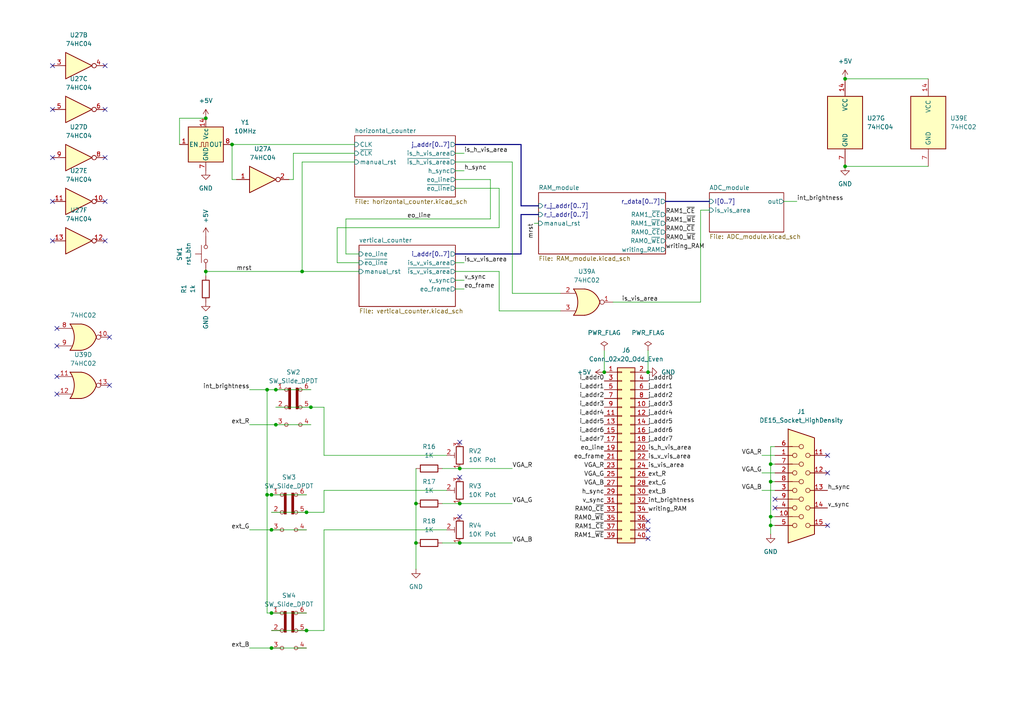
<source format=kicad_sch>
(kicad_sch (version 20250114) (generator "eeschema") (generator_version "9.0")
  (paper "A4")
  (lib_symbols
    (symbol "74xx:74HC02" (pin_names (offset 1.016))
      (property "Reference" "U" (at 0 1.27 0))
      (property "Value" "74HC02" (at 0 -1.27 0))
      (symbol "74HC02_1_1"
        (arc (start -3.81 3.81) (mid -2.589 0) (end -3.81 -3.81) (stroke (width 0.254)))
        (polyline (pts (xy -3.81 3.81) (xy -0.635 3.81)) (stroke (width 0.254)) (fill (type background)))
        (polyline (pts (xy -3.81 -3.81) (xy -0.635 -3.81)) (stroke (width 0.254)) (fill (type background)))
        (arc (start 3.81 0) (mid 2.1855 -2.584) (end -0.6096 -3.81) (stroke (width 0.254)) (fill (type background)))
        (arc (start -0.6096 3.81) (mid 2.1928 2.5924) (end 3.81 0) (stroke (width 0.254)) (fill (type background)))
        (polyline (pts (xy -0.635 3.81) (xy -3.81 3.81) (xy -3.81 3.81) (xy -3.556 3.4036) (xy -3.0226 2.2606) (xy -2.6924 1.0414) (xy -2.6162 -0.254) (xy -2.7686 -1.4986) (xy -3.175 -2.7178) (xy -3.81 -3.81) (xy -3.81 -3.81) (xy -0.635 -3.81)) (stroke (width -25.4)) (fill (type background)))
        (pin input line (at -7.62 2.54 0) (length 4.318) (name "~") (number "2"))
        (pin input line (at -7.62 -2.54 0) (length 4.318) (name "~") (number "3"))
        (pin output inverted (at 7.62 0 180) (length 3.81) (name "~") (number "1"))
      )
      (symbol "74HC02_1_2"
        (arc (start 0 3.81) (mid 3.7934 0) (end 0 -3.81) (stroke (width 0.254)) (fill (type background)))
        (polyline (pts (xy 0 3.81) (xy -3.81 3.81) (xy -3.81 -3.81) (xy 0 -3.81)) (stroke (width 0.254)) (fill (type background)))
        (pin input inverted (at -7.62 2.54 0) (length 3.81) (name "~") (number "2"))
        (pin input inverted (at -7.62 -2.54 0) (length 3.81) (name "~") (number "3"))
        (pin output line (at 7.62 0 180) (length 3.81) (name "~") (number "1"))
      )
      (symbol "74HC02_2_1"
        (arc (start -3.81 3.81) (mid -2.589 0) (end -3.81 -3.81) (stroke (width 0.254)))
        (polyline (pts (xy -3.81 3.81) (xy -0.635 3.81)) (stroke (width 0.254)) (fill (type background)))
        (polyline (pts (xy -3.81 -3.81) (xy -0.635 -3.81)) (stroke (width 0.254)) (fill (type background)))
        (arc (start 3.81 0) (mid 2.1855 -2.584) (end -0.6096 -3.81) (stroke (width 0.254)) (fill (type background)))
        (arc (start -0.6096 3.81) (mid 2.1928 2.5924) (end 3.81 0) (stroke (width 0.254)) (fill (type background)))
        (polyline (pts (xy -0.635 3.81) (xy -3.81 3.81) (xy -3.81 3.81) (xy -3.556 3.4036) (xy -3.0226 2.2606) (xy -2.6924 1.0414) (xy -2.6162 -0.254) (xy -2.7686 -1.4986) (xy -3.175 -2.7178) (xy -3.81 -3.81) (xy -3.81 -3.81) (xy -0.635 -3.81)) (stroke (width -25.4)) (fill (type background)))
        (pin input line (at -7.62 2.54 0) (length 4.318) (name "~") (number "5"))
        (pin input line (at -7.62 -2.54 0) (length 4.318) (name "~") (number "6"))
        (pin output inverted (at 7.62 0 180) (length 3.81) (name "~") (number "4"))
      )
      (symbol "74HC02_2_2"
        (arc (start 0 3.81) (mid 3.7934 0) (end 0 -3.81) (stroke (width 0.254)) (fill (type background)))
        (polyline (pts (xy 0 3.81) (xy -3.81 3.81) (xy -3.81 -3.81) (xy 0 -3.81)) (stroke (width 0.254)) (fill (type background)))
        (pin input inverted (at -7.62 2.54 0) (length 3.81) (name "~") (number "5"))
        (pin input inverted (at -7.62 -2.54 0) (length 3.81) (name "~") (number "6"))
        (pin output line (at 7.62 0 180) (length 3.81) (name "~") (number "4"))
      )
      (symbol "74HC02_3_1"
        (arc (start -3.81 3.81) (mid -2.589 0) (end -3.81 -3.81) (stroke (width 0.254)))
        (polyline (pts (xy -3.81 3.81) (xy -0.635 3.81)) (stroke (width 0.254)) (fill (type background)))
        (polyline (pts (xy -3.81 -3.81) (xy -0.635 -3.81)) (stroke (width 0.254)) (fill (type background)))
        (arc (start 3.81 0) (mid 2.1855 -2.584) (end -0.6096 -3.81) (stroke (width 0.254)) (fill (type background)))
        (arc (start -0.6096 3.81) (mid 2.1928 2.5924) (end 3.81 0) (stroke (width 0.254)) (fill (type background)))
        (polyline (pts (xy -0.635 3.81) (xy -3.81 3.81) (xy -3.81 3.81) (xy -3.556 3.4036) (xy -3.0226 2.2606) (xy -2.6924 1.0414) (xy -2.6162 -0.254) (xy -2.7686 -1.4986) (xy -3.175 -2.7178) (xy -3.81 -3.81) (xy -3.81 -3.81) (xy -0.635 -3.81)) (stroke (width -25.4)) (fill (type background)))
        (pin input line (at -7.62 2.54 0) (length 4.318) (name "~") (number "8"))
        (pin input line (at -7.62 -2.54 0) (length 4.318) (name "~") (number "9"))
        (pin output inverted (at 7.62 0 180) (length 3.81) (name "~") (number "10"))
      )
      (symbol "74HC02_3_2"
        (arc (start 0 3.81) (mid 3.7934 0) (end 0 -3.81) (stroke (width 0.254)) (fill (type background)))
        (polyline (pts (xy 0 3.81) (xy -3.81 3.81) (xy -3.81 -3.81) (xy 0 -3.81)) (stroke (width 0.254)) (fill (type background)))
        (pin input inverted (at -7.62 2.54 0) (length 3.81) (name "~") (number "8"))
        (pin input inverted (at -7.62 -2.54 0) (length 3.81) (name "~") (number "9"))
        (pin output line (at 7.62 0 180) (length 3.81) (name "~") (number "10"))
      )
      (symbol "74HC02_4_1"
        (arc (start -3.81 3.81) (mid -2.589 0) (end -3.81 -3.81) (stroke (width 0.254)))
        (polyline (pts (xy -3.81 3.81) (xy -0.635 3.81)) (stroke (width 0.254)) (fill (type background)))
        (polyline (pts (xy -3.81 -3.81) (xy -0.635 -3.81)) (stroke (width 0.254)) (fill (type background)))
        (arc (start 3.81 0) (mid 2.1855 -2.584) (end -0.6096 -3.81) (stroke (width 0.254)) (fill (type background)))
        (arc (start -0.6096 3.81) (mid 2.1928 2.5924) (end 3.81 0) (stroke (width 0.254)) (fill (type background)))
        (polyline (pts (xy -0.635 3.81) (xy -3.81 3.81) (xy -3.81 3.81) (xy -3.556 3.4036) (xy -3.0226 2.2606) (xy -2.6924 1.0414) (xy -2.6162 -0.254) (xy -2.7686 -1.4986) (xy -3.175 -2.7178) (xy -3.81 -3.81) (xy -3.81 -3.81) (xy -0.635 -3.81)) (stroke (width -25.4)) (fill (type background)))
        (pin input line (at -7.62 2.54 0) (length 4.318) (name "~") (number "11"))
        (pin input line (at -7.62 -2.54 0) (length 4.318) (name "~") (number "12"))
        (pin output inverted (at 7.62 0 180) (length 3.81) (name "~") (number "13"))
      )
      (symbol "74HC02_4_2"
        (arc (start 0 3.81) (mid 3.7934 0) (end 0 -3.81) (stroke (width 0.254)) (fill (type background)))
        (polyline (pts (xy 0 3.81) (xy -3.81 3.81) (xy -3.81 -3.81) (xy 0 -3.81)) (stroke (width 0.254)) (fill (type background)))
        (pin input inverted (at -7.62 2.54 0) (length 3.81) (name "~") (number "11"))
        (pin input inverted (at -7.62 -2.54 0) (length 3.81) (name "~") (number "12"))
        (pin output line (at 7.62 0 180) (length 3.81) (name "~") (number "13"))
      )
      (symbol "74HC02_5_0"
        (pin power_in line (at 0 12.7 270) (length 5.08) (name "VCC") (number "14"))
        (pin power_in line (at 0 -12.7 90) (length 5.08) (name "GND") (number "7"))
      )
      (symbol "74HC02_5_1"
        (rectangle (start -5.08 7.62) (end 5.08 -7.62) (stroke (width 0.254)) (fill (type background)))
      )
    )
    (symbol "74xx:74HC04"
      (property "Reference" "U" (at 0 1.27 0))
      (property "Value" "74HC04" (at 0 -1.27 0))
      (symbol "74HC04_1_0"
        (polyline (pts (xy -3.81 3.81) (xy -3.81 -3.81) (xy 3.81 0) (xy -3.81 3.81)) (stroke (width 0.254)) (fill (type background)))
        (pin input line (at -7.62 0 0) (length 3.81) (name "~") (number "1"))
        (pin output inverted (at 7.62 0 180) (length 3.81) (name "~") (number "2"))
      )
      (symbol "74HC04_2_0"
        (polyline (pts (xy -3.81 3.81) (xy -3.81 -3.81) (xy 3.81 0) (xy -3.81 3.81)) (stroke (width 0.254)) (fill (type background)))
        (pin input line (at -7.62 0 0) (length 3.81) (name "~") (number "3"))
        (pin output inverted (at 7.62 0 180) (length 3.81) (name "~") (number "4"))
      )
      (symbol "74HC04_3_0"
        (polyline (pts (xy -3.81 3.81) (xy -3.81 -3.81) (xy 3.81 0) (xy -3.81 3.81)) (stroke (width 0.254)) (fill (type background)))
        (pin input line (at -7.62 0 0) (length 3.81) (name "~") (number "5"))
        (pin output inverted (at 7.62 0 180) (length 3.81) (name "~") (number "6"))
      )
      (symbol "74HC04_4_0"
        (polyline (pts (xy -3.81 3.81) (xy -3.81 -3.81) (xy 3.81 0) (xy -3.81 3.81)) (stroke (width 0.254)) (fill (type background)))
        (pin input line (at -7.62 0 0) (length 3.81) (name "~") (number "9"))
        (pin output inverted (at 7.62 0 180) (length 3.81) (name "~") (number "8"))
      )
      (symbol "74HC04_5_0"
        (polyline (pts (xy -3.81 3.81) (xy -3.81 -3.81) (xy 3.81 0) (xy -3.81 3.81)) (stroke (width 0.254)) (fill (type background)))
        (pin input line (at -7.62 0 0) (length 3.81) (name "~") (number "11"))
        (pin output inverted (at 7.62 0 180) (length 3.81) (name "~") (number "10"))
      )
      (symbol "74HC04_6_0"
        (polyline (pts (xy -3.81 3.81) (xy -3.81 -3.81) (xy 3.81 0) (xy -3.81 3.81)) (stroke (width 0.254)) (fill (type background)))
        (pin input line (at -7.62 0 0) (length 3.81) (name "~") (number "13"))
        (pin output inverted (at 7.62 0 180) (length 3.81) (name "~") (number "12"))
      )
      (symbol "74HC04_7_0"
        (pin power_in line (at 0 12.7 270) (length 5.08) (name "VCC") (number "14"))
        (pin power_in line (at 0 -12.7 90) (length 5.08) (name "GND") (number "7"))
      )
      (symbol "74HC04_7_1"
        (rectangle (start -5.08 7.62) (end 5.08 -7.62) (stroke (width 0.254)) (fill (type background)))
      )
    )
    (symbol "Connector:DE15_Socket_HighDensity" (pin_names (offset 1.016) (hide yes))
      (property "Reference" "J" (at 0 21.59 0))
      (property "Value" "DE15_Socket_HighDensity" (at 0 19.05 0))
      (symbol "DE15_Socket_HighDensity_0_1"
        (polyline (pts (xy -3.81 17.78) (xy -3.81 -15.24) (xy 3.81 -12.7) (xy 3.81 15.24) (xy -3.81 17.78)) (stroke (width 0.254)) (fill (type background)))
        (polyline (pts (xy -3.175 7.62) (xy -0.635 7.62)))
        (circle (center -1.905 10.16) (radius 0.635))
        (circle (center -1.905 5.08) (radius 0.635))
        (circle (center -1.905 0) (radius 0.635))
        (circle (center -1.905 -5.08) (radius 0.635))
        (circle (center -1.905 -10.16) (radius 0.635))
        (polyline (pts (xy -0.635 12.7) (xy -3.175 12.7)))
        (polyline (pts (xy -0.635 2.54) (xy -3.175 2.54)))
        (polyline (pts (xy -0.635 -2.54) (xy -3.175 -2.54)))
        (polyline (pts (xy -0.635 -7.62) (xy -3.175 -7.62)))
        (circle (center 0 12.7) (radius 0.635))
        (circle (center 0 7.62) (radius 0.635))
        (circle (center 0 2.54) (radius 0.635))
        (circle (center 0 -2.54) (radius 0.635))
        (circle (center 0 -7.62) (radius 0.635))
        (circle (center 1.905 10.16) (radius 0.635))
        (circle (center 1.905 5.08) (radius 0.635))
        (circle (center 1.905 0) (radius 0.635))
        (circle (center 1.905 -5.08) (radius 0.635))
        (circle (center 1.905 -10.16) (radius 0.635))
      )
      (symbol "DE15_Socket_HighDensity_1_1"
        (pin passive line (at -7.62 12.7 0) (length 5.08) (name "~") (number "6"))
        (pin passive line (at -7.62 10.16 0) (length 5.08) (name "~") (number "1"))
        (pin passive line (at -7.62 7.62 0) (length 5.08) (name "~") (number "7"))
        (pin passive line (at -7.62 5.08 0) (length 5.08) (name "~") (number "2"))
        (pin passive line (at -7.62 2.54 0) (length 5.08) (name "~") (number "8"))
        (pin passive line (at -7.62 0 0) (length 5.08) (name "~") (number "3"))
        (pin passive line (at -7.62 -2.54 0) (length 5.08) (name "~") (number "9"))
        (pin passive line (at -7.62 -5.08 0) (length 5.08) (name "~") (number "4"))
        (pin passive line (at -7.62 -7.62 0) (length 5.08) (name "~") (number "10"))
        (pin passive line (at -7.62 -10.16 0) (length 5.08) (name "~") (number "5"))
        (pin passive line (at 7.62 10.16 180) (length 5.08) (name "~") (number "11"))
        (pin passive line (at 7.62 5.08 180) (length 5.08) (name "~") (number "12"))
        (pin passive line (at 7.62 0 180) (length 5.08) (name "~") (number "13"))
        (pin passive line (at 7.62 -5.08 180) (length 5.08) (name "~") (number "14"))
        (pin passive line (at 7.62 -10.16 180) (length 5.08) (name "~") (number "15"))
      )
    )
    (symbol "Connector_Generic:Conn_02x20_Odd_Even" (pin_names (offset 1.016) (hide yes))
      (property "Reference" "J" (at 1.27 25.4 0))
      (property "Value" "Conn_02x20_Odd_Even" (at 1.27 -27.94 0))
      (symbol "Conn_02x20_Odd_Even_1_1"
        (rectangle (start -1.27 24.13) (end 3.81 -26.67) (stroke (width 0.254)) (fill (type background)))
        (rectangle (start -1.27 22.987) (end 0 22.733) (stroke (width 0.1524)))
        (rectangle (start -1.27 20.447) (end 0 20.193) (stroke (width 0.1524)))
        (rectangle (start -1.27 17.907) (end 0 17.653) (stroke (width 0.1524)))
        (rectangle (start -1.27 15.367) (end 0 15.113) (stroke (width 0.1524)))
        (rectangle (start -1.27 12.827) (end 0 12.573) (stroke (width 0.1524)))
        (rectangle (start -1.27 10.287) (end 0 10.033) (stroke (width 0.1524)))
        (rectangle (start -1.27 7.747) (end 0 7.493) (stroke (width 0.1524)))
        (rectangle (start -1.27 5.207) (end 0 4.953) (stroke (width 0.1524)))
        (rectangle (start -1.27 2.667) (end 0 2.413) (stroke (width 0.1524)))
        (rectangle (start -1.27 0.127) (end 0 -0.127) (stroke (width 0.1524)))
        (rectangle (start -1.27 -2.413) (end 0 -2.667) (stroke (width 0.1524)))
        (rectangle (start -1.27 -4.953) (end 0 -5.207) (stroke (width 0.1524)))
        (rectangle (start -1.27 -7.493) (end 0 -7.747) (stroke (width 0.1524)))
        (rectangle (start -1.27 -10.033) (end 0 -10.287) (stroke (width 0.1524)))
        (rectangle (start -1.27 -12.573) (end 0 -12.827) (stroke (width 0.1524)))
        (rectangle (start -1.27 -15.113) (end 0 -15.367) (stroke (width 0.1524)))
        (rectangle (start -1.27 -17.653) (end 0 -17.907) (stroke (width 0.1524)))
        (rectangle (start -1.27 -20.193) (end 0 -20.447) (stroke (width 0.1524)))
        (rectangle (start -1.27 -22.733) (end 0 -22.987) (stroke (width 0.1524)))
        (rectangle (start -1.27 -25.273) (end 0 -25.527) (stroke (width 0.1524)))
        (rectangle (start 3.81 22.987) (end 2.54 22.733) (stroke (width 0.1524)))
        (rectangle (start 3.81 20.447) (end 2.54 20.193) (stroke (width 0.1524)))
        (rectangle (start 3.81 17.907) (end 2.54 17.653) (stroke (width 0.1524)))
        (rectangle (start 3.81 15.367) (end 2.54 15.113) (stroke (width 0.1524)))
        (rectangle (start 3.81 12.827) (end 2.54 12.573) (stroke (width 0.1524)))
        (rectangle (start 3.81 10.287) (end 2.54 10.033) (stroke (width 0.1524)))
        (rectangle (start 3.81 7.747) (end 2.54 7.493) (stroke (width 0.1524)))
        (rectangle (start 3.81 5.207) (end 2.54 4.953) (stroke (width 0.1524)))
        (rectangle (start 3.81 2.667) (end 2.54 2.413) (stroke (width 0.1524)))
        (rectangle (start 3.81 0.127) (end 2.54 -0.127) (stroke (width 0.1524)))
        (rectangle (start 3.81 -2.413) (end 2.54 -2.667) (stroke (width 0.1524)))
        (rectangle (start 3.81 -4.953) (end 2.54 -5.207) (stroke (width 0.1524)))
        (rectangle (start 3.81 -7.493) (end 2.54 -7.747) (stroke (width 0.1524)))
        (rectangle (start 3.81 -10.033) (end 2.54 -10.287) (stroke (width 0.1524)))
        (rectangle (start 3.81 -12.573) (end 2.54 -12.827) (stroke (width 0.1524)))
        (rectangle (start 3.81 -15.113) (end 2.54 -15.367) (stroke (width 0.1524)))
        (rectangle (start 3.81 -17.653) (end 2.54 -17.907) (stroke (width 0.1524)))
        (rectangle (start 3.81 -20.193) (end 2.54 -20.447) (stroke (width 0.1524)))
        (rectangle (start 3.81 -22.733) (end 2.54 -22.987) (stroke (width 0.1524)))
        (rectangle (start 3.81 -25.273) (end 2.54 -25.527) (stroke (width 0.1524)))
        (pin passive line (at -5.08 22.86 0) (length 3.81) (name "Pin_1") (number "1"))
        (pin passive line (at -5.08 20.32 0) (length 3.81) (name "Pin_3") (number "3"))
        (pin passive line (at -5.08 17.78 0) (length 3.81) (name "Pin_5") (number "5"))
        (pin passive line (at -5.08 15.24 0) (length 3.81) (name "Pin_7") (number "7"))
        (pin passive line (at -5.08 12.7 0) (length 3.81) (name "Pin_9") (number "9"))
        (pin passive line (at -5.08 10.16 0) (length 3.81) (name "Pin_11") (number "11"))
        (pin passive line (at -5.08 7.62 0) (length 3.81) (name "Pin_13") (number "13"))
        (pin passive line (at -5.08 5.08 0) (length 3.81) (name "Pin_15") (number "15"))
        (pin passive line (at -5.08 2.54 0) (length 3.81) (name "Pin_17") (number "17"))
        (pin passive line (at -5.08 0 0) (length 3.81) (name "Pin_19") (number "19"))
        (pin passive line (at -5.08 -2.54 0) (length 3.81) (name "Pin_21") (number "21"))
        (pin passive line (at -5.08 -5.08 0) (length 3.81) (name "Pin_23") (number "23"))
        (pin passive line (at -5.08 -7.62 0) (length 3.81) (name "Pin_25") (number "25"))
        (pin passive line (at -5.08 -10.16 0) (length 3.81) (name "Pin_27") (number "27"))
        (pin passive line (at -5.08 -12.7 0) (length 3.81) (name "Pin_29") (number "29"))
        (pin passive line (at -5.08 -15.24 0) (length 3.81) (name "Pin_31") (number "31"))
        (pin passive line (at -5.08 -17.78 0) (length 3.81) (name "Pin_33") (number "33"))
        (pin passive line (at -5.08 -20.32 0) (length 3.81) (name "Pin_35") (number "35"))
        (pin passive line (at -5.08 -22.86 0) (length 3.81) (name "Pin_37") (number "37"))
        (pin passive line (at -5.08 -25.4 0) (length 3.81) (name "Pin_39") (number "39"))
        (pin passive line (at 7.62 22.86 180) (length 3.81) (name "Pin_2") (number "2"))
        (pin passive line (at 7.62 20.32 180) (length 3.81) (name "Pin_4") (number "4"))
        (pin passive line (at 7.62 17.78 180) (length 3.81) (name "Pin_6") (number "6"))
        (pin passive line (at 7.62 15.24 180) (length 3.81) (name "Pin_8") (number "8"))
        (pin passive line (at 7.62 12.7 180) (length 3.81) (name "Pin_10") (number "10"))
        (pin passive line (at 7.62 10.16 180) (length 3.81) (name "Pin_12") (number "12"))
        (pin passive line (at 7.62 7.62 180) (length 3.81) (name "Pin_14") (number "14"))
        (pin passive line (at 7.62 5.08 180) (length 3.81) (name "Pin_16") (number "16"))
        (pin passive line (at 7.62 2.54 180) (length 3.81) (name "Pin_18") (number "18"))
        (pin passive line (at 7.62 0 180) (length 3.81) (name "Pin_20") (number "20"))
        (pin passive line (at 7.62 -2.54 180) (length 3.81) (name "Pin_22") (number "22"))
        (pin passive line (at 7.62 -5.08 180) (length 3.81) (name "Pin_24") (number "24"))
        (pin passive line (at 7.62 -7.62 180) (length 3.81) (name "Pin_26") (number "26"))
        (pin passive line (at 7.62 -10.16 180) (length 3.81) (name "Pin_28") (number "28"))
        (pin passive line (at 7.62 -12.7 180) (length 3.81) (name "Pin_30") (number "30"))
        (pin passive line (at 7.62 -15.24 180) (length 3.81) (name "Pin_32") (number "32"))
        (pin passive line (at 7.62 -17.78 180) (length 3.81) (name "Pin_34") (number "34"))
        (pin passive line (at 7.62 -20.32 180) (length 3.81) (name "Pin_36") (number "36"))
        (pin passive line (at 7.62 -22.86 180) (length 3.81) (name "Pin_38") (number "38"))
        (pin passive line (at 7.62 -25.4 180) (length 3.81) (name "Pin_40") (number "40"))
      )
    )
    (symbol "Device:R" (pin_numbers (hide yes)) (pin_names (offset 0))
      (property "Reference" "R" (at 2.032 0 90))
      (property "Value" "R" (at 0 0 90))
      (symbol "R_0_1"
        (rectangle (start -1.016 -2.54) (end 1.016 2.54) (stroke (width 0.254)))
      )
      (symbol "R_1_1"
        (pin passive line (at 0 3.81 270) (length 1.27) (name "~") (number "1"))
        (pin passive line (at 0 -3.81 90) (length 1.27) (name "~") (number "2"))
      )
    )
    (symbol "Device:R_Potentiometer_Trim" (pin_names (offset 1.016) (hide yes))
      (property "Reference" "RV" (at -4.445 0 90))
      (property "Value" "R_Potentiometer_Trim" (at -2.54 0 90))
      (symbol "R_Potentiometer_Trim_0_1"
        (rectangle (start 1.016 2.54) (end -1.016 -2.54) (stroke (width 0.254)))
        (polyline (pts (xy 1.524 0.762) (xy 1.524 -0.762)))
        (polyline (pts (xy 2.54 0) (xy 1.524 0)))
      )
      (symbol "R_Potentiometer_Trim_1_1"
        (pin passive line (at 0 3.81 270) (length 1.27) (name "1") (number "1"))
        (pin passive line (at 0 -3.81 90) (length 1.27) (name "3") (number "3"))
        (pin passive line (at 3.81 0 180) (length 1.27) (name "2") (number "2"))
      )
    )
    (symbol "Oscillator:CXO_DIP14" (pin_names (offset 0.254))
      (property "Reference" "Y" (at -5.08 6.35 0))
      (property "Value" "CXO_DIP14" (at 1.27 -6.35 0))
      (symbol "CXO_DIP14_0_1"
        (rectangle (start -5.08 5.08) (end 5.08 -5.08) (stroke (width 0.254)) (fill (type background)))
        (polyline (pts (xy -1.905 -0.635) (xy -1.27 -0.635) (xy -1.27 0.635) (xy -0.635 0.635) (xy -0.635 -0.635) (xy 0 -0.635) (xy 0 0.635) (xy 0.635 0.635) (xy 0.635 -0.635)))
      )
      (symbol "CXO_DIP14_1_1"
        (pin input line (at -7.62 0 0) (length 2.54) (name "EN") (number "1"))
        (pin power_in line (at 0 7.62 270) (length 2.54) (name "Vcc") (number "14"))
        (pin power_in line (at 0 -7.62 90) (length 2.54) (name "GND") (number "7"))
        (pin output line (at 7.62 0 180) (length 2.54) (name "OUT") (number "8"))
      )
    )
    (symbol "Switch:SW_Push" (pin_numbers (hide yes)) (pin_names (offset 1.016) (hide yes))
      (property "Reference" "SW" (at 1.27 2.54 0))
      (property "Value" "SW_Push" (at 0 -1.524 0))
      (symbol "SW_Push_0_1"
        (circle (center -2.032 0) (radius 0.508))
        (polyline (pts (xy 0 1.27) (xy 0 3.048)))
        (circle (center 2.032 0) (radius 0.508))
        (polyline (pts (xy 2.54 1.27) (xy -2.54 1.27)))
        (pin passive line (at -5.08 0 0) (length 2.54) (name "1") (number "1"))
        (pin passive line (at 5.08 0 180) (length 2.54) (name "2") (number "2"))
      )
    )
    (symbol "Switch:SW_Slide_DPDT" (pin_names (offset 0) (hide yes))
      (property "Reference" "SW" (at 0 6.858 0))
      (property "Value" "SW_Slide_DPDT" (at 0 -8.128 0))
      (symbol "SW_Slide_DPDT_0_0"
        (circle (center -2.032 5.08) (radius 0.508))
        (circle (center -2.032 -5.08) (radius 0.508))
        (circle (center 2.032 0) (radius 0.508))
        (circle (center 2.032 -5.08) (radius 0.508))
      )
      (symbol "SW_Slide_DPDT_0_1"
        (circle (center -2.032 0) (radius 0.508))
        (circle (center 2.032 5.08) (radius 0.508))
      )
      (symbol "SW_Slide_DPDT_1_1"
        (rectangle (start -1.397 5.588) (end -0.762 -0.508) (fill (type outline)))
        (rectangle (start 0.762 5.588) (end 1.397 -0.508) (fill (type outline)))
        (pin passive line (at -5.08 5.08 0) (length 2.54) (name "A") (number "1"))
        (pin passive line (at -5.08 0 0) (length 2.54) (name "B") (number "2"))
        (pin passive line (at -5.08 -5.08 0) (length 2.54) (name "C") (number "3"))
        (pin passive line (at 5.08 5.08 180) (length 2.54) (name "C") (number "6"))
        (pin passive line (at 5.08 0 180) (length 2.54) (name "B") (number "5"))
        (pin passive line (at 5.08 -5.08 180) (length 2.54) (name "A") (number "4"))
      )
    )
    (symbol "power:+5V" (power) (pin_numbers (hide yes)) (pin_names (offset 0) (hide yes))
      (property "Value" "+5V" (at 0 3.556 0))
      (symbol "+5V_0_1"
        (polyline (pts (xy -0.762 1.27) (xy 0 2.54)))
        (polyline (pts (xy 0 2.54) (xy 0.762 1.27)))
        (polyline (pts (xy 0 0) (xy 0 2.54)))
      )
      (symbol "+5V_1_1"
        (pin power_in line (at 0 0 90) (length 0) (name "~") (number "1"))
      )
    )
    (symbol "power:GND" (power) (pin_numbers (hide yes)) (pin_names (offset 0) (hide yes))
      (property "Value" "GND" (at 0 -3.81 0))
      (symbol "GND_0_1"
        (polyline (pts (xy 0 0) (xy 0 -1.27) (xy 1.27 -1.27) (xy 0 -2.54) (xy -1.27 -1.27) (xy 0 -1.27)))
      )
      (symbol "GND_1_1"
        (pin power_in line (at 0 0 270) (length 0) (name "~") (number "1"))
      )
    )
    (symbol "power:PWR_FLAG" (power) (pin_numbers (hide yes)) (pin_names (offset 0) (hide yes))
      (property "Value" "PWR_FLAG" (at 0 3.81 0))
      (symbol "PWR_FLAG_0_0"
        (pin power_out line (at 0 0 90) (length 0) (name "~") (number "1"))
      )
      (symbol "PWR_FLAG_0_1"
        (polyline (pts (xy 0 0) (xy 0 1.27) (xy -1.016 1.905) (xy 0 2.54) (xy 1.016 1.905) (xy 0 1.27)))
      )
    )
  )
  (junction (at 175.26 107.95))
  (junction (at 133.35 146.05))
  (junction (at 133.35 135.89))
  (junction (at 88.9 148.59))
  (junction (at 80.01 113.03))
  (junction (at 90.17 118.11))
  (junction (at 223.52 152.4))
  (junction (at 87.63 78.74))
  (junction (at 80.01 123.19))
  (junction (at 77.47 143.51))
  (junction (at 223.52 134.62))
  (junction (at 78.74 143.51))
  (junction (at 78.74 187.96))
  (junction (at 78.74 153.67))
  (junction (at 223.52 149.86))
  (junction (at 133.35 157.48))
  (junction (at 120.65 146.05))
  (junction (at 78.74 177.8))
  (junction (at 120.65 157.48))
  (junction (at 59.69 34.29))
  (junction (at 245.11 48.26))
  (junction (at 245.11 22.86))
  (junction (at 88.9 182.88))
  (junction (at 223.52 139.7))
  (junction (at 67.31 41.91))
  (junction (at 187.96 107.95))
  (junction (at 77.47 113.03))
  (junction (at 59.69 78.74))
  (no_connect (at 30.48 69.85))
  (no_connect (at 15.24 69.85))
  (no_connect (at 133.35 149.86))
  (no_connect (at 31.75 97.79))
  (no_connect (at 16.51 95.25))
  (no_connect (at 224.79 147.32))
  (no_connect (at 15.24 45.72))
  (no_connect (at 187.96 151.13))
  (no_connect (at 16.51 109.22))
  (no_connect (at 15.24 31.75))
  (no_connect (at 240.03 137.16))
  (no_connect (at 30.48 45.72))
  (no_connect (at 187.96 153.67))
  (no_connect (at 15.24 58.42))
  (no_connect (at 31.75 111.76))
  (no_connect (at 16.51 100.33))
  (no_connect (at 240.03 152.4))
  (no_connect (at 187.96 156.21))
  (no_connect (at 30.48 19.05))
  (no_connect (at 16.51 114.3))
  (no_connect (at 15.24 19.05))
  (no_connect (at 133.35 138.43))
  (no_connect (at 30.48 31.75))
  (no_connect (at 133.35 128.27))
  (no_connect (at 30.48 58.42))
  (no_connect (at 224.79 144.78))
  (no_connect (at 240.03 132.08))
  (wire (pts (xy 93.98 148.59) (xy 88.9 148.59)))
  (wire (pts (xy 132.08 81.28) (xy 134.62 81.28)))
  (wire (pts (xy 93.98 142.24) (xy 129.54 142.24)))
  (wire (pts (xy 133.35 135.89) (xy 148.59 135.89)))
  (wire (pts (xy 134.62 44.45) (xy 132.08 44.45)))
  (wire (pts (xy 77.47 113.03) (xy 77.47 143.51)))
  (bus (pts (xy 151.13 41.91) (xy 151.13 59.69)))
  (bus (pts (xy 132.08 41.91) (xy 151.13 41.91)))
  (wire (pts (xy 72.39 153.67) (xy 78.74 153.67)))
  (wire (pts (xy 85.09 44.45) (xy 102.87 44.45)))
  (wire (pts (xy 142.24 63.5) (xy 100.33 63.5)))
  (wire (pts (xy 154.94 64.77) (xy 156.21 64.77)))
  (wire (pts (xy 132.08 78.74) (xy 144.78 78.74)))
  (wire (pts (xy 59.69 34.29) (xy 52.07 34.29)))
  (wire (pts (xy 90.17 118.11) (xy 93.98 118.11)))
  (wire (pts (xy 144.78 54.61) (xy 132.08 54.61)))
  (wire (pts (xy 67.31 41.91) (xy 67.31 52.07)))
  (wire (pts (xy 77.47 143.51) (xy 78.74 143.51)))
  (wire (pts (xy 203.2 60.96) (xy 205.74 60.96)))
  (wire (pts (xy 227.33 58.42) (xy 231.14 58.42)))
  (wire (pts (xy 80.01 123.19) (xy 90.17 123.19)))
  (wire (pts (xy 220.98 137.16) (xy 224.79 137.16)))
  (bus (pts (xy 151.13 73.66) (xy 132.08 73.66)))
  (wire (pts (xy 223.52 152.4) (xy 223.52 149.86)))
  (wire (pts (xy 224.79 129.54) (xy 223.52 129.54)))
  (wire (pts (xy 100.33 73.66) (xy 104.14 73.66)))
  (wire (pts (xy 223.52 149.86) (xy 223.52 139.7)))
  (wire (pts (xy 120.65 157.48) (xy 120.65 165.1)))
  (wire (pts (xy 88.9 182.88) (xy 93.98 182.88)))
  (wire (pts (xy 132.08 49.53) (xy 134.62 49.53)))
  (wire (pts (xy 52.07 34.29) (xy 52.07 41.91)))
  (wire (pts (xy 78.74 187.96) (xy 88.9 187.96)))
  (wire (pts (xy 93.98 118.11) (xy 93.98 132.08)))
  (bus (pts (xy 151.13 62.23) (xy 151.13 73.66)))
  (wire (pts (xy 97.79 66.04) (xy 144.78 66.04)))
  (wire (pts (xy 148.59 85.09) (xy 162.56 85.09)))
  (wire (pts (xy 59.69 78.74) (xy 87.63 78.74)))
  (wire (pts (xy 72.39 123.19) (xy 80.01 123.19)))
  (wire (pts (xy 223.52 139.7) (xy 224.79 139.7)))
  (wire (pts (xy 132.08 76.2) (xy 134.62 76.2)))
  (wire (pts (xy 134.62 83.82) (xy 132.08 83.82)))
  (wire (pts (xy 148.59 46.99) (xy 148.59 85.09)))
  (wire (pts (xy 59.69 80.01) (xy 59.69 78.74)))
  (wire (pts (xy 78.74 143.51) (xy 88.9 143.51)))
  (wire (pts (xy 223.52 129.54) (xy 223.52 134.62)))
  (wire (pts (xy 133.35 146.05) (xy 148.59 146.05)))
  (wire (pts (xy 132.08 52.07) (xy 142.24 52.07)))
  (wire (pts (xy 142.24 52.07) (xy 142.24 63.5)))
  (wire (pts (xy 83.82 52.07) (xy 85.09 52.07)))
  (wire (pts (xy 72.39 187.96) (xy 78.74 187.96)))
  (wire (pts (xy 72.39 113.03) (xy 77.47 113.03)))
  (wire (pts (xy 67.31 52.07) (xy 68.58 52.07)))
  (wire (pts (xy 87.63 78.74) (xy 104.14 78.74)))
  (wire (pts (xy 132.08 46.99) (xy 148.59 46.99)))
  (wire (pts (xy 120.65 135.89) (xy 120.65 146.05)))
  (wire (pts (xy 223.52 149.86) (xy 224.79 149.86)))
  (wire (pts (xy 128.27 135.89) (xy 133.35 135.89)))
  (wire (pts (xy 245.11 48.26) (xy 269.24 48.26)))
  (wire (pts (xy 223.52 139.7) (xy 223.52 134.62)))
  (wire (pts (xy 187.96 101.6) (xy 187.96 107.95)))
  (wire (pts (xy 85.09 52.07) (xy 85.09 44.45)))
  (wire (pts (xy 97.79 76.2) (xy 97.79 66.04)))
  (wire (pts (xy 129.54 132.08) (xy 93.98 132.08)))
  (wire (pts (xy 128.27 146.05) (xy 133.35 146.05)))
  (bus (pts (xy 151.13 59.69) (xy 156.21 59.69)))
  (wire (pts (xy 104.14 76.2) (xy 97.79 76.2)))
  (wire (pts (xy 120.65 146.05) (xy 120.65 157.48)))
  (wire (pts (xy 80.01 113.03) (xy 77.47 113.03)))
  (wire (pts (xy 100.33 63.5) (xy 100.33 73.66)))
  (wire (pts (xy 144.78 90.17) (xy 162.56 90.17)))
  (wire (pts (xy 80.01 113.03) (xy 90.17 113.03)))
  (wire (pts (xy 93.98 142.24) (xy 93.98 148.59)))
  (wire (pts (xy 220.98 132.08) (xy 224.79 132.08)))
  (bus (pts (xy 156.21 62.23) (xy 151.13 62.23)))
  (wire (pts (xy 220.98 142.24) (xy 224.79 142.24)))
  (wire (pts (xy 93.98 153.67) (xy 129.54 153.67)))
  (wire (pts (xy 67.31 41.91) (xy 102.87 41.91)))
  (wire (pts (xy 133.35 157.48) (xy 148.59 157.48)))
  (wire (pts (xy 177.8 87.63) (xy 203.2 87.63)))
  (wire (pts (xy 203.2 87.63) (xy 203.2 60.96)))
  (wire (pts (xy 128.27 157.48) (xy 133.35 157.48)))
  (wire (pts (xy 77.47 143.51) (xy 77.47 177.8)))
  (wire (pts (xy 223.52 152.4) (xy 223.52 154.94)))
  (wire (pts (xy 78.74 177.8) (xy 88.9 177.8)))
  (wire (pts (xy 78.74 153.67) (xy 88.9 153.67)))
  (wire (pts (xy 87.63 46.99) (xy 87.63 78.74)))
  (wire (pts (xy 78.74 148.59) (xy 88.9 148.59)))
  (wire (pts (xy 78.74 182.88) (xy 88.9 182.88)))
  (wire (pts (xy 80.01 118.11) (xy 90.17 118.11)))
  (wire (pts (xy 175.26 101.6) (xy 175.26 107.95)))
  (wire (pts (xy 223.52 134.62) (xy 224.79 134.62)))
  (wire (pts (xy 77.47 177.8) (xy 78.74 177.8)))
  (wire (pts (xy 93.98 153.67) (xy 93.98 182.88)))
  (wire (pts (xy 144.78 66.04) (xy 144.78 54.61)))
  (wire (pts (xy 224.79 152.4) (xy 223.52 152.4)))
  (bus (pts (xy 193.04 58.42) (xy 205.74 58.42)))
  (wire (pts (xy 87.63 46.99) (xy 102.87 46.99)))
  (wire (pts (xy 144.78 78.74) (xy 144.78 90.17)))
  (wire (pts (xy 245.11 22.86) (xy 269.24 22.86)))
  (label "j_addr3" (at 187.96 118.11 0))
  (label "is_h_vis_area" (at 187.96 130.81 0))
  (label "i_addr5" (at 175.26 123.19 180))
  (label "h_sync" (at 134.62 49.53 0))
  (label "RAM1_~{WE}" (at 193.04 64.77 0))
  (label "mrst" (at 68.58 78.74 0))
  (label "VGA_G" (at 220.98 137.16 180))
  (label "i_addr2" (at 175.26 115.57 180))
  (label "ext_G" (at 72.39 153.67 180))
  (label "eo_line" (at 175.26 130.81 180))
  (label "VGA_G" (at 175.26 138.43 180))
  (label "ext_G" (at 187.96 140.97 0))
  (label "eo_line" (at 118.11 63.5 0))
  (label "h_sync" (at 240.03 142.24 0))
  (label "v_sync" (at 175.26 146.05 180))
  (label "j_addr0" (at 187.96 110.49 0))
  (label "VGA_R" (at 148.59 135.89 0))
  (label "VGA_B" (at 148.59 157.48 0))
  (label "v_sync" (at 240.03 147.32 0))
  (label "VGA_B" (at 175.26 140.97 180))
  (label "RAM0_~{CE}" (at 175.26 148.59 180))
  (label "is_v_vis_area" (at 134.62 76.2 0))
  (label "RAM0_~{CE}" (at 193.04 67.31 0))
  (label "writing_RAM" (at 187.96 148.59 0))
  (label "v_sync" (at 134.62 81.28 0))
  (label "j_addr1" (at 187.96 113.03 0))
  (label "ext_R" (at 187.96 138.43 0))
  (label "ext_R" (at 72.39 123.19 180))
  (label "is_v_vis_area" (at 187.96 133.35 0))
  (label "ext_B" (at 72.39 187.96 180))
  (label "VGA_G" (at 148.59 146.05 0))
  (label "RAM1_~{WE}" (at 175.26 156.21 180))
  (label "mrst" (at 154.94 64.77 270))
  (label "VGA_R" (at 220.98 132.08 180))
  (label "i_addr1" (at 175.26 113.03 180))
  (label "eo_frame" (at 134.62 83.82 0))
  (label "RAM1_~{CE}" (at 175.26 153.67 180))
  (label "j_addr7" (at 187.96 128.27 0))
  (label "j_addr6" (at 187.96 125.73 0))
  (label "eo_frame" (at 175.26 133.35 180))
  (label "VGA_B" (at 220.98 142.24 180))
  (label "VGA_R" (at 175.26 135.89 180))
  (label "j_addr2" (at 187.96 115.57 0))
  (label "is_vis_area" (at 187.96 135.89 0))
  (label "j_addr4" (at 187.96 120.65 0))
  (label "i_addr6" (at 175.26 125.73 180))
  (label "RAM1_~{CE}" (at 193.04 62.23 0))
  (label "int_brightness" (at 187.96 146.05 0))
  (label "writing_RAM" (at 193.04 72.39 0))
  (label "RAM0_~{WE}" (at 175.26 151.13 180))
  (label "is_h_vis_area" (at 134.62 44.45 0))
  (label "i_addr0" (at 175.26 110.49 180))
  (label "i_addr3" (at 175.26 118.11 180))
  (label "is_vis_area" (at 180.34 87.63 0))
  (label "ext_B" (at 187.96 143.51 0))
  (label "j_addr5" (at 187.96 123.19 0))
  (label "h_sync" (at 175.26 143.51 180))
  (label "RAM0_~{WE}" (at 193.04 69.85 0))
  (label "i_addr7" (at 175.26 128.27 180))
  (label "int_brightness" (at 231.14 58.42 0))
  (label "i_addr4" (at 175.26 120.65 180))
  (label "int_brightness" (at 72.39 113.03 180))
  (symbol (lib_id "74xx:74HC04") (at 76.2 52.07 0) (unit 1)
    (property "Reference" "U27" (at 76.2 43.18 0))
    (property "Value" "74HC04" (at 76.2 45.72 0))
    (property "Footprint" "Package_DIP:DIP-14_W7.62mm" (effects (hide yes)))
    (property "Datasheet" "https://assets.nexperia.com/documents/data-sheet/74HC_HCT04.pdf" (effects (hide yes)))
    (property "Description" "Hex Inverter" (effects (hide yes)))
  )
  (symbol (lib_id "74xx:74HC04") (at 22.86 31.75 0) (unit 3)
    (property "Reference" "U27" (at 22.86 22.86 0))
    (property "Value" "74HC04" (at 22.86 25.4 0))
    (property "Footprint" "Package_DIP:DIP-14_W7.62mm" (effects (hide yes)))
    (property "Datasheet" "https://assets.nexperia.com/documents/data-sheet/74HC_HCT04.pdf" (effects (hide yes)))
    (property "Description" "Hex Inverter" (effects (hide yes)))
  )
  (symbol (lib_id "power:+5V") (at 59.69 68.58 0) (unit 1)
    (property "Reference" "#PWR016" (effects (hide yes)))
    (property "Value" "+5V" (at 59.6899 64.77 90) (effects (justify left)))
    (property "Description" "Power symbol creates a global label with name \"+5V\"" (effects (hide yes)))
  )
  (symbol (lib_id "power:+5V") (at 175.26 107.95 90) (unit 1)
    (property "Reference" "#PWR0109" (effects (hide yes)))
    (property "Value" "+5V" (at 171.45 107.9499 90) (effects (justify left)))
    (property "Description" "Power symbol creates a global label with name \"+5V\"" (effects (hide yes)))
  )
  (symbol (lib_id "Connector:DE15_Socket_HighDensity") (at 232.41 142.24 0) (unit 1)
    (property "Reference" "J1" (at 232.41 119.38 0))
    (property "Value" "DE15_Socket_HighDensity" (at 232.41 121.92 0))
    (property "Footprint" "Connector_Dsub:DSUB-15-HD_Socket_Horizontal_P2.29x1.90mm_EdgePinOffset3.03mm_Housed_MountingHolesOffset4.94mm" (effects (hide yes)))
    (property "Description" "15-pin D-SUB connector, socket (female), High density (3 columns), Triple Row, Generic, VGA-connector" (effects (hide yes)))
  )
  (symbol (lib_id "Switch:SW_Slide_DPDT") (at 83.82 182.88 0) (unit 1)
    (property "Reference" "SW4" (at 83.82 172.72 0))
    (property "Value" "SW_Slide_DPDT" (at 83.82 175.26 0))
    (property "Footprint" "Button_Switch_THT:SW_CK_JS202011CQN_DPDT_Straight" (effects (hide yes)))
    (property "Description" "Slide Switch, dual pole double throw" (effects (hide yes)))
  )
  (symbol (lib_id "Device:R") (at 124.46 146.05 270) (unit 1)
    (property "Reference" "R17" (at 124.46 139.7 90))
    (property "Value" "1K" (at 124.46 142.24 90))
    (property "Footprint" "Resistor_THT:R_Axial_DIN0207_L6.3mm_D2.5mm_P7.62mm_Horizontal" (effects (hide yes)))
    (property "Description" "Resistor" (effects (hide yes)))
  )
  (symbol (lib_id "Oscillator:CXO_DIP14") (at 59.69 41.91 0) (unit 1)
    (property "Reference" "Y1" (at 71.12 35.4898 0))
    (property "Value" "10MHz" (at 71.12 38.0298 0))
    (property "Footprint" "Oscillator:Oscillator_DIP-14" (effects (hide yes)))
    (property "Datasheet" "http://cdn-reichelt.de/documents/datenblatt/B400/OSZI.pdf" (effects (hide yes)))
    (property "Description" "Crystal Clock Oscillator, DIP14-style metal package" (effects (hide yes)))
  )
  (symbol (lib_id "power:+5V") (at 245.11 22.86 0) (unit 1)
    (property "Reference" "#PWR052" (effects (hide yes)))
    (property "Value" "+5V" (at 245.11 17.78 0))
    (property "Description" "Power symbol creates a global label with name \"+5V\"" (effects (hide yes)))
  )
  (symbol (lib_id "Connector_Generic:Conn_02x20_Odd_Even") (at 180.34 130.81 0) (unit 1)
    (property "Reference" "J6" (at 181.61 101.6 0))
    (property "Value" "Conn_02x20_Odd_Even" (at 181.61 104.14 0))
    (property "Footprint" "Connector_PinSocket_2.54mm:PinSocket_2x20_P2.54mm_Vertical" (effects (hide yes)))
    (property "Description" "Generic connector, double row, 02x20, odd/even pin numbering scheme (row 1 odd numbers, row 2 even numbers), script generated (kicad-library-utils/schlib/autogen/connector/)" (effects (hide yes)))
  )
  (symbol (lib_id "power:PWR_FLAG") (at 187.96 101.6 0) (mirror y) (unit 1)
    (property "Reference" "#FLG02" (effects (hide yes)))
    (property "Value" "PWR_FLAG" (at 187.96 96.52 0))
    (property "Description" "Special symbol for telling ERC where power comes from" (effects (hide yes)))
  )
  (symbol (lib_id "power:GND") (at 187.96 107.95 90) (unit 1)
    (property "Reference" "#PWR0118" (effects (hide yes)))
    (property "Value" "GND" (at 191.77 107.9499 90) (effects (justify right)))
    (property "Description" "Power symbol creates a global label with name \"GND\" , ground" (effects (hide yes)))
  )
  (symbol (lib_id "power:GND") (at 245.11 48.26 0) (unit 1)
    (property "Reference" "#PWR053" (effects (hide yes)))
    (property "Value" "GND" (at 245.11 53.34 0))
    (property "Description" "Power symbol creates a global label with name \"GND\" , ground" (effects (hide yes)))
  )
  (symbol (lib_id "74xx:74HC04") (at 245.11 35.56 0) (unit 7)
    (property "Reference" "U27" (at 251.46 34.2899 0) (effects (justify left)))
    (property "Value" "74HC04" (at 251.46 36.8299 0) (effects (justify left)))
    (property "Footprint" "Package_DIP:DIP-14_W7.62mm" (effects (hide yes)))
    (property "Datasheet" "https://assets.nexperia.com/documents/data-sheet/74HC_HCT04.pdf" (effects (hide yes)))
    (property "Description" "Hex Inverter" (effects (hide yes)))
  )
  (symbol (lib_id "Switch:SW_Push") (at 59.69 73.66 90) (unit 1)
    (property "Reference" "SW1" (at 52.07 73.66 0))
    (property "Value" "rst_btn" (at 54.61 73.66 0))
    (property "Footprint" "Button_Switch_THT:SW_PUSH_6mm" (effects (hide yes)))
    (property "Description" "Push button switch, generic, two pins" (effects (hide yes)))
  )
  (symbol (lib_id "power:PWR_FLAG") (at 175.26 101.6 0) (unit 1)
    (property "Reference" "#FLG01" (effects (hide yes)))
    (property "Value" "PWR_FLAG" (at 175.26 96.52 0))
    (property "Description" "Special symbol for telling ERC where power comes from" (effects (hide yes)))
  )
  (symbol (lib_id "power:+5V") (at 59.69 34.29 0) (unit 1)
    (property "Reference" "#PWR025" (effects (hide yes)))
    (property "Value" "+5V" (at 59.69 29.21 0))
    (property "Description" "Power symbol creates a global label with name \"+5V\"" (effects (hide yes)))
  )
  (symbol (lib_id "74xx:74HC02") (at 269.24 35.56 0) (unit 5)
    (property "Reference" "U39" (at 275.59 34.2899 0) (effects (justify left)))
    (property "Value" "74HC02" (at 275.59 36.8299 0) (effects (justify left)))
    (property "Footprint" "Package_DIP:DIP-14_W7.62mm" (effects (hide yes)))
    (property "Datasheet" "http://www.ti.com/lit/gpn/sn74hc02" (effects (hide yes)))
    (property "Description" "quad 2-input NOR gate" (effects (hide yes)))
  )
  (symbol (lib_id "74xx:74HC02") (at 170.18 87.63 0) (unit 1)
    (property "Reference" "U39" (at 170.18 78.74 0))
    (property "Value" "74HC02" (at 170.18 81.28 0))
    (property "Footprint" "Package_DIP:DIP-14_W7.62mm" (effects (hide yes)))
    (property "Datasheet" "http://www.ti.com/lit/gpn/sn74hc02" (effects (hide yes)))
    (property "Description" "quad 2-input NOR gate" (effects (hide yes)))
  )
  (symbol (lib_id "Switch:SW_Slide_DPDT") (at 85.09 118.11 0) (unit 1)
    (property "Reference" "SW2" (at 85.09 107.95 0))
    (property "Value" "SW_Slide_DPDT" (at 85.09 110.49 0))
    (property "Footprint" "Button_Switch_THT:SW_CK_JS202011CQN_DPDT_Straight" (effects (hide yes)))
    (property "Description" "Slide Switch, dual pole double throw" (effects (hide yes)))
  )
  (symbol (lib_id "Device:R") (at 124.46 157.48 270) (unit 1)
    (property "Reference" "R18" (at 124.46 151.13 90))
    (property "Value" "1K" (at 124.46 153.67 90))
    (property "Footprint" "Resistor_THT:R_Axial_DIN0207_L6.3mm_D2.5mm_P7.62mm_Horizontal" (effects (hide yes)))
    (property "Description" "Resistor" (effects (hide yes)))
  )
  (symbol (lib_id "Switch:SW_Slide_DPDT") (at 83.82 148.59 0) (unit 1)
    (property "Reference" "SW3" (at 83.82 138.43 0))
    (property "Value" "SW_Slide_DPDT" (at 83.82 140.97 0))
    (property "Footprint" "Button_Switch_THT:SW_CK_JS202011CQN_DPDT_Straight" (effects (hide yes)))
    (property "Description" "Slide Switch, dual pole double throw" (effects (hide yes)))
  )
  (symbol (lib_id "74xx:74HC02") (at 24.13 97.79 0) (unit 3)
    (property "Reference" "U39" (effects (hide yes)))
    (property "Value" "74HC02" (at 24.13 91.44 0))
    (property "Footprint" "Package_DIP:DIP-14_W7.62mm" (effects (hide yes)))
    (property "Datasheet" "http://www.ti.com/lit/gpn/sn74hc02" (effects (hide yes)))
    (property "Description" "quad 2-input NOR gate" (effects (hide yes)))
  )
  (symbol (lib_id "Device:R") (at 124.46 135.89 270) (unit 1)
    (property "Reference" "R16" (at 124.46 129.54 90))
    (property "Value" "1K" (at 124.46 132.08 90))
    (property "Footprint" "Resistor_THT:R_Axial_DIN0207_L6.3mm_D2.5mm_P7.62mm_Horizontal" (effects (hide yes)))
    (property "Description" "Resistor" (effects (hide yes)))
  )
  (symbol (lib_id "74xx:74HC04") (at 22.86 45.72 0) (unit 4)
    (property "Reference" "U27" (at 22.86 36.83 0))
    (property "Value" "74HC04" (at 22.86 39.37 0))
    (property "Footprint" "Package_DIP:DIP-14_W7.62mm" (effects (hide yes)))
    (property "Datasheet" "https://assets.nexperia.com/documents/data-sheet/74HC_HCT04.pdf" (effects (hide yes)))
    (property "Description" "Hex Inverter" (effects (hide yes)))
  )
  (symbol (lib_id "power:GND") (at 59.69 87.63 0) (unit 1)
    (property "Reference" "#PWR013" (effects (hide yes)))
    (property "Value" "GND" (at 59.6899 91.44 90) (effects (justify right)))
    (property "Description" "Power symbol creates a global label with name \"GND\" , ground" (effects (hide yes)))
  )
  (symbol (lib_id "Device:R") (at 59.69 83.82 180) (unit 1)
    (property "Reference" "R1" (at 53.34 83.82 90))
    (property "Value" "1k" (at 55.88 83.82 90))
    (property "Footprint" "Resistor_THT:R_Axial_DIN0207_L6.3mm_D2.5mm_P7.62mm_Horizontal" (effects (hide yes)))
    (property "Description" "Resistor" (effects (hide yes)))
  )
  (symbol (lib_id "74xx:74HC02") (at 24.13 111.76 0) (unit 4)
    (property "Reference" "U39" (at 24.13 102.87 0))
    (property "Value" "74HC02" (at 24.13 105.41 0))
    (property "Footprint" "Package_DIP:DIP-14_W7.62mm" (effects (hide yes)))
    (property "Datasheet" "http://www.ti.com/lit/gpn/sn74hc02" (effects (hide yes)))
    (property "Description" "quad 2-input NOR gate" (effects (hide yes)))
  )
  (symbol (lib_id "74xx:74HC04") (at 22.86 69.85 0) (unit 6)
    (property "Reference" "U27" (at 22.86 60.96 0))
    (property "Value" "74HC04" (at 22.86 63.5 0))
    (property "Footprint" "Package_DIP:DIP-14_W7.62mm" (effects (hide yes)))
    (property "Datasheet" "https://assets.nexperia.com/documents/data-sheet/74HC_HCT04.pdf" (effects (hide yes)))
    (property "Description" "Hex Inverter" (effects (hide yes)))
  )
  (symbol (lib_id "74xx:74HC04") (at 22.86 19.05 0) (unit 2)
    (property "Reference" "U27" (at 22.86 10.16 0))
    (property "Value" "74HC04" (at 22.86 12.7 0))
    (property "Footprint" "Package_DIP:DIP-14_W7.62mm" (effects (hide yes)))
    (property "Datasheet" "https://assets.nexperia.com/documents/data-sheet/74HC_HCT04.pdf" (effects (hide yes)))
    (property "Description" "Hex Inverter" (effects (hide yes)))
  )
  (symbol (lib_id "power:GND") (at 59.69 49.53 0) (unit 1)
    (property "Reference" "#PWR026" (effects (hide yes)))
    (property "Value" "GND" (at 59.69 54.61 0))
    (property "Description" "Power symbol creates a global label with name \"GND\" , ground" (effects (hide yes)))
  )
  (symbol (lib_id "Device:R_Potentiometer_Trim") (at 133.35 132.08 180) (unit 1)
    (property "Reference" "RV2" (at 135.89 130.8099 0) (effects (justify right)))
    (property "Value" "10K Pot" (at 135.89 133.3499 0) (effects (justify right)))
    (property "Footprint" "Potentiometer_THT:Potentiometer_Vishay_T73YP_Vertical" (effects (hide yes)))
    (property "Description" "Trim-potentiometer" (effects (hide yes)))
  )
  (symbol (lib_id "Device:R_Potentiometer_Trim") (at 133.35 153.67 180) (unit 1)
    (property "Reference" "RV4" (at 135.89 152.3999 0) (effects (justify right)))
    (property "Value" "10K Pot" (at 135.89 154.9399 0) (effects (justify right)))
    (property "Footprint" "Potentiometer_THT:Potentiometer_Vishay_T73YP_Vertical" (effects (hide yes)))
    (property "Description" "Trim-potentiometer" (effects (hide yes)))
  )
  (symbol (lib_id "74xx:74HC04") (at 22.86 58.42 0) (unit 5)
    (property "Reference" "U27" (at 22.86 49.53 0))
    (property "Value" "74HC04" (at 22.86 52.07 0))
    (property "Footprint" "Package_DIP:DIP-14_W7.62mm" (effects (hide yes)))
    (property "Datasheet" "https://assets.nexperia.com/documents/data-sheet/74HC_HCT04.pdf" (effects (hide yes)))
    (property "Description" "Hex Inverter" (effects (hide yes)))
  )
  (symbol (lib_id "power:GND") (at 120.65 165.1 0) (unit 1)
    (property "Reference" "#PWR0107" (effects (hide yes)))
    (property "Value" "GND" (at 120.65 170.18 0))
    (property "Description" "Power symbol creates a global label with name \"GND\" , ground" (effects (hide yes)))
  )
  (symbol (lib_id "power:GND") (at 223.52 154.94 0) (unit 1)
    (property "Reference" "#PWR0108" (effects (hide yes)))
    (property "Value" "GND" (at 223.52 160.02 0))
    (property "Description" "Power symbol creates a global label with name \"GND\" , ground" (effects (hide yes)))
  )
  (symbol (lib_id "Device:R_Potentiometer_Trim") (at 133.35 142.24 180) (unit 1)
    (property "Reference" "RV3" (at 135.89 140.9699 0) (effects (justify right)))
    (property "Value" "10K Pot" (at 135.89 143.5099 0) (effects (justify right)))
    (property "Footprint" "Potentiometer_THT:Potentiometer_Vishay_T73YP_Vertical" (effects (hide yes)))
    (property "Description" "Trim-potentiometer" (effects (hide yes)))
  )
  (sheet (at 104.14 71.12) (size 27.94 17.78) (stroke (width 0.1524))
    (property "Sheetname" "vertical_counter" (at 104.14 70.4084 0) (effects (justify left bottom)))
    (property "Sheetfile" "vertical_counter.kicad_sch" (at 104.14 89.4846 0) (effects (justify left top)))
    (pin "manual_rst" input (at 104.14 78.74 180))
    (pin "eo_line" input (at 104.14 73.66 180))
    (pin "v_sync" output (at 132.08 81.28 0))
    (pin "is_v_vis_area" output (at 132.08 76.2 0))
    (pin "~{eo_line}" input (at 104.14 76.2 180))
    (pin "~{is_v_vis_area}" output (at 132.08 78.74 0))
    (pin "i_addr[0..7]" output (at 132.08 73.66 0))
    (pin "eo_frame" output (at 132.08 83.82 0))
  )
  (sheet (at 102.87 39.37) (size 29.21 17.78) (stroke (width 0.1524))
    (property "Sheetname" "horizontal_counter" (at 102.87 38.6584 0) (effects (justify left bottom)))
    (property "Sheetfile" "horizontal_counter.kicad_sch" (at 102.87 57.7346 0) (effects (justify left top)))
    (pin "is_h_vis_area" output (at 132.08 44.45 0))
    (pin "CLK" input (at 102.87 41.91 180))
    (pin "~{is_h_vis_area}" output (at 132.08 46.99 0))
    (pin "~{CLK}" input (at 102.87 44.45 180))
    (pin "h_sync" output (at 132.08 49.53 0))
    (pin "manual_rst" input (at 102.87 46.99 180))
    (pin "eo_line" output (at 132.08 52.07 0))
    (pin "~{eo_line}" output (at 132.08 54.61 0))
    (pin "j_addr[0..7]" output (at 132.08 41.91 0))
  )
  (sheet (at 156.21 55.88) (size 36.83 17.78) (stroke (width 0.1524))
    (property "Sheetname" "RAM_module" (at 156.21 55.1684 0) (effects (justify left bottom)))
    (property "Sheetfile" "RAM_module.kicad_sch" (at 156.21 74.2446 0) (effects (justify left top)))
    (pin "r_i_addr[0..7]" input (at 156.21 62.23 180))
    (pin "r_data[0..7]" output (at 193.04 58.42 0))
    (pin "r_j_addr[0..7]" input (at 156.21 59.69 180))
    (pin "RAM1_~{CE}" output (at 193.04 62.23 0))
    (pin "RAM0_~{WE}" output (at 193.04 69.85 0))
    (pin "writing_RAM" output (at 193.04 72.39 0))
    (pin "RAM0_~{CE}" output (at 193.04 67.31 0))
    (pin "RAM1_~{WE}" output (at 193.04 64.77 0))
    (pin "manual_rst" input (at 156.21 64.77 180))
  )
  (sheet (at 205.74 55.88) (size 21.59 11.43) (stroke (width 0.1524))
    (property "Sheetname" "ADC_module" (at 205.74 55.1684 0) (effects (justify left bottom)))
    (property "Sheetfile" "ADC_module.kicad_sch" (at 205.74 67.8946 0) (effects (justify left top)))
    (pin "is_vis_area" input (at 205.74 60.96 180))
    (pin "out" output (at 227.33 58.42 0))
    (pin "I[0..7]" input (at 205.74 58.42 180))
  )
)
</source>
